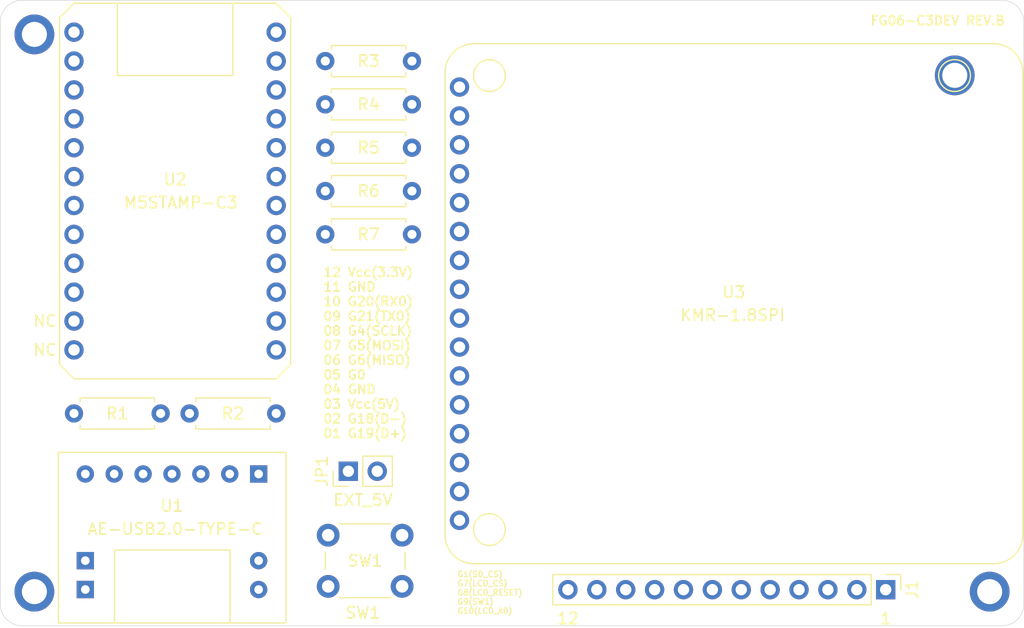
<source format=kicad_pcb>
(kicad_pcb (version 20211014) (generator pcbnew)
  (layers (0 "F.Cu" signal) (31 "B.Cu" signal) (34 "B.Paste" user) (35 "F.Paste" user) (36 "B.SilkS" user "B.Silkscreen") (37 "F.SilkS" user "F.Silkscreen") (38 "B.Mask" user) (39 "F.Mask" user) (44 "Edge.Cuts" user))
  (net 0 "")
  (net 1 "GPIO19(D+)")
  (net 2 "GPIO18(D-)")
  (net 3 "Vcc_USB_5V")
  (net 4 "GND")
  (net 5 "GPIO0")
  (net 6 "MISO")
  (net 7 "MOSI")
  (net 8 "SCLK")
  (net 9 "GPIO21(TX0)")
  (net 10 "GPIO20(RX0)")
  (net 11 "Vcc")
  (net 12 "Net-(R1-Pad1)")
  (net 13 "Net-(R2-Pad1)")
  (net 14 "LCD_CS")
  (net 15 "SD_CS")
  (net 16 "BOOT_SW")
  (net 17 "LCD_RST")
  (net 18 "LCD_DC")
  (net 27 "Net-(JP1-Pad1)")
  (footprint "Resistor_THT:R_Axial_DIN0207_L6.3mm_D2.5mm_P7.62mm_Horizontal" (layer "F.Cu") (at 68.58 51.054)
    (fp_text reference "R5" (at 3.81 0) (layer "F.SilkS"))
    (fp_text value "R" hide)
    (fp_line (start 0.54 -1.04) (end 0.54 -1.37) (layer "F.SilkS") (width 0.12))
    (fp_line (start 0.54 1.37) (end 7.08 1.37) (layer "F.SilkS") (width 0.12))
    (fp_line (start 7.08 1.37) (end 7.08 1.04) (layer "F.SilkS") (width 0.12))
    (fp_line (start 0.54 -1.37) (end 7.08 -1.37) (layer "F.SilkS") (width 0.12))
    (fp_line (start 7.08 -1.37) (end 7.08 -1.04) (layer "F.SilkS") (width 0.12))
    (fp_line (start 0.54 1.04) (end 0.54 1.37) (layer "F.SilkS") (width 0.12))
    (pad "1" thru_hole circle locked (at 0 0) (size 1.6 1.6) (drill 0.8) (layers *.Cu *.Mask) (net 8 "SCLK"))
    (pad "2" thru_hole oval locked (at 7.62 0) (size 1.6 1.6) (drill 0.8) (layers *.Cu *.Mask) (net 11 "Vcc"))
  )
  (footprint "Button_Switch_THT:SW_PUSH_6mm" (layer "F.Cu") (at 68.834 85.126)
    (fp_text reference "SW1" (at 3.25 2.25) (layer "F.SilkS"))
    (fp_text value "SW_Push" hide)
    (fp_line (start 5.5 -1) (end 1 -1) (layer "F.SilkS") (width 0.12))
    (fp_line (start -0.25 1.5) (end -0.25 3) (layer "F.SilkS") (width 0.12))
    (fp_line (start 1 5.5) (end 5.5 5.5) (layer "F.SilkS") (width 0.12))
    (fp_line (start 6.75 3) (end 6.75 1.5) (layer "F.SilkS") (width 0.12))
    (pad "1" thru_hole circle locked (at 0 0 90) (size 2 2) (drill 1.1) (layers *.Cu *.Mask) (net 4 "GND"))
    (pad "1" thru_hole circle locked (at 6.5 0 90) (size 2 2) (drill 1.1) (layers *.Cu *.Mask) (net 4 "GND"))
    (pad "2" thru_hole circle locked (at 0 4.5 90) (size 2 2) (drill 1.1) (layers *.Cu *.Mask) (net 16 "BOOT_SW"))
    (pad "2" thru_hole circle locked (at 6.5 4.5 90) (size 2 2) (drill 1.1) (layers *.Cu *.Mask) (net 16 "BOOT_SW"))
  )
  (footprint "Connector_PinHeader_2.54mm:PinHeader_1x12_P2.54mm_Vertical" (layer "F.Cu") (at 117.856 89.916 -90)
    (fp_text reference "J1" (at 0 -2.33 90) (layer "F.SilkS"))
    (fp_text value "Conn_01x12" hide)
    (fp_line (start 1.33 1.27) (end 1.33 29.27) (layer "F.SilkS") (width 0.12))
    (fp_line (start -1.33 0) (end -1.33 -1.33) (layer "F.SilkS") (width 0.12))
    (fp_line (start -1.33 29.27) (end 1.33 29.27) (layer "F.SilkS") (width 0.12))
    (fp_line (start -1.33 1.27) (end 1.33 1.27) (layer "F.SilkS") (width 0.12))
    (fp_line (start -1.33 1.27) (end -1.33 29.27) (layer "F.SilkS") (width 0.12))
    (fp_line (start -1.33 -1.33) (end 0 -1.33) (layer "F.SilkS") (width 0.12))
    (pad "1" thru_hole rect locked (at 0 0 270) (size 1.7 1.7) (drill 1) (layers *.Cu *.Mask) (net 1 "GPIO19(D+)"))
    (pad "2" thru_hole oval locked (at 0 2.54 270) (size 1.7 1.7) (drill 1) (layers *.Cu *.Mask) (net 2 "GPIO18(D-)"))
    (pad "3" thru_hole oval locked (at 0 5.08 270) (size 1.7 1.7) (drill 1) (layers *.Cu *.Mask) (net 3 "Vcc_USB_5V"))
    (pad "4" thru_hole oval locked (at 0 7.62 270) (size 1.7 1.7) (drill 1) (layers *.Cu *.Mask) (net 4 "GND"))
    (pad "5" thru_hole oval locked (at 0 10.16 270) (size 1.7 1.7) (drill 1) (layers *.Cu *.Mask) (net 5 "GPIO0"))
    (pad "6" thru_hole oval locked (at 0 12.7 270) (size 1.7 1.7) (drill 1) (layers *.Cu *.Mask) (net 6 "MISO"))
    (pad "7" thru_hole oval locked (at 0 15.24 270) (size 1.7 1.7) (drill 1) (layers *.Cu *.Mask) (net 7 "MOSI"))
    (pad "8" thru_hole oval locked (at 0 17.78 270) (size 1.7 1.7) (drill 1) (layers *.Cu *.Mask) (net 8 "SCLK"))
    (pad "9" thru_hole oval locked (at 0 20.32 270) (size 1.7 1.7) (drill 1) (layers *.Cu *.Mask) (net 9 "GPIO21(TX0)"))
    (pad "10" thru_hole oval locked (at 0 22.86 270) (size 1.7 1.7) (drill 1) (layers *.Cu *.Mask) (net 10 "GPIO20(RX0)"))
    (pad "11" thru_hole oval locked (at 0 25.4 270) (size 1.7 1.7) (drill 1) (layers *.Cu *.Mask) (net 4 "GND"))
    (pad "12" thru_hole oval locked (at 0 27.94 270) (size 1.7 1.7) (drill 1) (layers *.Cu *.Mask) (net 11 "Vcc"))
  )
  (footprint "Connector_PinHeader_2.54mm:PinHeader_1x02_P2.54mm_Vertical" (layer "F.Cu") (at 70.607 79.502 90)
    (fp_text reference "JP1" (at 0 -2.33 90) (layer "F.SilkS"))
    (fp_text value "SW_DIP_x01" hide)
    (fp_line (start -1.33 1.27) (end 1.33 1.27) (layer "F.SilkS") (width 0.12))
    (fp_line (start -1.33 0) (end -1.33 -1.33) (layer "F.SilkS") (width 0.12))
    (fp_line (start -1.33 3.87) (end 1.33 3.87) (layer "F.SilkS") (width 0.12))
    (fp_line (start -1.33 1.27) (end -1.33 3.87) (layer "F.SilkS") (width 0.12))
    (fp_line (start 1.33 1.27) (end 1.33 3.87) (layer "F.SilkS") (width 0.12))
    (fp_line (start -1.33 -1.33) (end 0 -1.33) (layer "F.SilkS") (width 0.12))
    (pad "1" thru_hole rect locked (at 0 0 90) (size 1.7 1.7) (drill 1) (layers *.Cu *.Mask) (net 27 "Net-(JP1-Pad1)"))
    (pad "2" thru_hole oval locked (at 0 2.54 90) (size 1.7 1.7) (drill 1) (layers *.Cu *.Mask) (net 3 "Vcc_USB_5V"))
  )
  (footprint "Resistor_THT:R_Axial_DIN0207_L6.3mm_D2.5mm_P7.62mm_Horizontal" (layer "F.Cu") (at 68.58 47.244)
    (fp_text reference "R4" (at 3.81 0) (layer "F.SilkS"))
    (fp_text value "R" hide)
    (fp_line (start 7.08 -1.37) (end 7.08 -1.04) (layer "F.SilkS") (width 0.12))
    (fp_line (start 0.54 -1.04) (end 0.54 -1.37) (layer "F.SilkS") (width 0.12))
    (fp_line (start 0.54 1.37) (end 7.08 1.37) (layer "F.SilkS") (width 0.12))
    (fp_line (start 0.54 -1.37) (end 7.08 -1.37) (layer "F.SilkS") (width 0.12))
    (fp_line (start 0.54 1.04) (end 0.54 1.37) (layer "F.SilkS") (width 0.12))
    (fp_line (start 7.08 1.37) (end 7.08 1.04) (layer "F.SilkS") (width 0.12))
    (pad "1" thru_hole circle locked (at 0 0) (size 1.6 1.6) (drill 0.8) (layers *.Cu *.Mask) (net 6 "MISO"))
    (pad "2" thru_hole oval locked (at 7.62 0) (size 1.6 1.6) (drill 0.8) (layers *.Cu *.Mask) (net 11 "Vcc"))
  )
  (footprint "MountingHole:MountingHole_2.2mm_M2_ISO7380_Pad" (layer "F.Cu") (at 127 90.09)
    (fp_text reference "REF4" hide)
    (fp_text value "Pad" hide)
    (pad "1" thru_hole circle locked (at 0 0) (size 3.5 3.5) (drill 2.2) (layers *.Cu *.Mask))
  )
  (footprint "Resistor_THT:R_Axial_DIN0207_L6.3mm_D2.5mm_P7.62mm_Horizontal" (layer "F.Cu") (at 68.58 58.674)
    (fp_text reference "R7" (at 3.81 0) (layer "F.SilkS"))
    (fp_text value "R" hide)
    (fp_line (start 0.54 1.04) (end 0.54 1.37) (layer "F.SilkS") (width 0.12))
    (fp_line (start 0.54 -1.37) (end 7.08 -1.37) (layer "F.SilkS") (width 0.12))
    (fp_line (start 7.08 -1.37) (end 7.08 -1.04) (layer "F.SilkS") (width 0.12))
    (fp_line (start 7.08 1.37) (end 7.08 1.04) (layer "F.SilkS") (width 0.12))
    (fp_line (start 0.54 -1.04) (end 0.54 -1.37) (layer "F.SilkS") (width 0.12))
    (fp_line (start 0.54 1.37) (end 7.08 1.37) (layer "F.SilkS") (width 0.12))
    (pad "1" thru_hole circle locked (at 0 0) (size 1.6 1.6) (drill 0.8) (layers *.Cu *.Mask) (net 15 "SD_CS"))
    (pad "2" thru_hole oval locked (at 7.62 0) (size 1.6 1.6) (drill 0.8) (layers *.Cu *.Mask) (net 11 "Vcc"))
  )
  (footprint "Resistor_THT:R_Axial_DIN0207_L6.3mm_D2.5mm_P7.62mm_Horizontal" (layer "F.Cu") (at 68.58 54.864)
    (fp_text reference "R6" (at 3.81 0) (layer "F.SilkS"))
    (fp_text value "R" hide)
    (fp_line (start 0.54 -1.37) (end 7.08 -1.37) (layer "F.SilkS") (width 0.12))
    (fp_line (start 0.54 -1.04) (end 0.54 -1.37) (layer "F.SilkS") (width 0.12))
    (fp_line (start 7.08 1.37) (end 7.08 1.04) (layer "F.SilkS") (width 0.12))
    (fp_line (start 7.08 -1.37) (end 7.08 -1.04) (layer "F.SilkS") (width 0.12))
    (fp_line (start 0.54 1.04) (end 0.54 1.37) (layer "F.SilkS") (width 0.12))
    (fp_line (start 0.54 1.37) (end 7.08 1.37) (layer "F.SilkS") (width 0.12))
    (pad "1" thru_hole circle locked (at 0 0) (size 1.6 1.6) (drill 0.8) (layers *.Cu *.Mask) (net 14 "LCD_CS"))
    (pad "2" thru_hole oval locked (at 7.62 0) (size 1.6 1.6) (drill 0.8) (layers *.Cu *.Mask) (net 11 "Vcc"))
  )
  (footprint "MountingHole:MountingHole_2.2mm_M2_ISO7380_Pad" (layer "F.Cu") (at 43 90.09)
    (fp_text reference "REF2" hide)
    (fp_text value "Pad" hide)
    (pad "1" thru_hole circle locked (at 0 0) (size 3.5 3.5) (drill 2.2) (layers *.Cu *.Mask))
  )
  (footprint "MountingHole:MountingHole_2.2mm_M2_ISO7380_Pad" (layer "F.Cu") (at 43 41.09)
    (fp_text reference "REF1" hide)
    (fp_text value "Pad" hide)
    (pad "1" thru_hole circle locked (at 0 0) (size 3.5 3.5) (drill 2.2) (layers *.Cu *.Mask))
  )
  (footprint "fg-series:M5STAMP-C3" (layer "F.Cu") (at 55.372 54.864 180)
    (fp_text reference "U2" (at 0 1.016) (layer "F.SilkS"))
    (fp_text value "M5STAMP-C3" hide)
    (fp_text user "NC" (at 11.43 -13.97) (layer "F.SilkS"))
    (fp_text user "NC" (at 11.43 -11.43) (layer "F.SilkS"))
    (fp_line (start 8.89 16.51) (end -8.89 16.51) (layer "F.SilkS") (width 0.12))
    (fp_line (start -8.89 -16.51) (end 8.89 -16.51) (layer "F.SilkS") (width 0.12))
    (fp_line (start 10.16 15.24) (end 8.89 16.51) (layer "F.SilkS") (width 0.12))
    (fp_line (start 10.16 -15.24) (end 10.16 15.24) (layer "F.SilkS") (width 0.12))
    (fp_line (start -10.16 15.24) (end -10.16 -15.24) (layer "F.SilkS") (width 0.12))
    (fp_line (start 5.08 10.16) (end 5.08 16.51) (layer "F.SilkS") (width 0.12))
    (fp_line (start -5.08 16.51) (end -5.08 10.16) (layer "F.SilkS") (width 0.12))
    (fp_line (start -5.08 10.16) (end 5.08 10.16) (layer "F.SilkS") (width 0.12))
    (fp_line (start 8.89 -16.51) (end 10.16 -15.24) (layer "F.SilkS") (width 0.12))
    (fp_line (start -10.16 15.24) (end -8.89 16.51) (layer "F.SilkS") (width 0.12))
    (fp_line (start -10.16 -15.24) (end -8.89 -16.51) (layer "F.SilkS") (width 0.12))
    (pad "1" thru_hole circle (at -8.89 -13.97 180) (size 1.7 1.7) (drill 1) (layers *.Cu *.Mask) (net 4 "GND"))
    (pad "2" thru_hole circle (at -8.89 -11.43 180) (size 1.7 1.7) (drill 1) (layers *.Cu *.Mask) (net 8 "SCLK"))
    (pad "3" thru_hole circle (at -8.89 -8.89 180) (size 1.7 1.7) (drill 1) (layers *.Cu *.Mask) (net 7 "MOSI"))
    (pad "4" thru_hole circle (at -8.89 -6.35 180) (size 1.7 1.7) (drill 1) (layers *.Cu *.Mask) (net 6 "MISO"))
    (pad "5" thru_hole circle (at -8.89 -3.81 180) (size 1.7 1.7) (drill 1) (layers *.Cu *.Mask) (net 14 "LCD_CS"))
    (pad "6" thru_hole circle (at -8.89 -1.27 180) (size 1.7 1.7) (drill 1) (layers *.Cu *.Mask) (net 17 "LCD_RST"))
    (pad "7" thru_hole circle (at -8.89 1.27 180) (size 1.7 1.7) (drill 1) (layers *.Cu *.Mask) (net 18 "LCD_DC"))
    (pad "8" thru_hole circle (at -8.89 3.81 180) (size 1.7 1.7) (drill 1) (layers *.Cu *.Mask))
    (pad "9" thru_hole circle (at -8.89 6.35 180) (size 1.7 1.7) (drill 1) (layers *.Cu *.Mask) (net 4 "GND"))
    (pad "10" thru_hole circle (at -8.89 8.89 180) (size 1.7 1.7) (drill 1) (layers *.Cu *.Mask))
    (pad "11" thru_hole circle (at -8.89 11.43 180) (size 1.7 1.7) (drill 1) (layers *.Cu *.Mask) (net 15 "SD_CS"))
    (pad "12" thru_hole circle (at -8.89 13.97 180) (size 1.7 1.7) (drill 1) (layers *.Cu *.Mask) (net 5 "GPIO0"))
    (pad "13" thru_hole circle (at 8.89 13.97 180) (size 1.7 1.7) (drill 1) (layers *.Cu *.Mask) (net 4 "GND"))
    (pad "14" thru_hole circle (at 8.89 11.43 180) (size 1.7 1.7) (drill 1) (layers *.Cu *.Mask) (net 3 "Vcc_USB_5V"))
    (pad "15" thru_hole circle (at 8.89 8.89 180) (size 1.7 1.7) (drill 1) (layers *.Cu *.Mask) (net 1 "GPIO19(D+)"))
    (pad "16" thru_hole circle (at 8.89 6.35 180) (size 1.7 1.7) (drill 1) (layers *.Cu *.Mask) (net 2 "GPIO18(D-)"))
    (pad "17" thru_hole circle (at 8.89 3.81 180) (size 1.7 1.7) (drill 1) (layers *.Cu *.Mask) (net 4 "GND"))
    (pad "18" thru_hole circle (at 8.89 1.27 180) (size 1.7 1.7) (drill 1) (layers *.Cu *.Mask) (net 16 "BOOT_SW"))
    (pad "19" thru_hole circle (at 8.89 -1.27 180) (size 1.7 1.7) (drill 1) (layers *.Cu *.Mask))
    (pad "20" thru_hole circle (at 8.89 -3.81 180) (size 1.7 1.7) (drill 1) (layers *.Cu *.Mask) (net 10 "GPIO20(RX0)"))
    (pad "21" thru_hole circle (at 8.89 -6.35 180) (size 1.7 1.7) (drill 1) (layers *.Cu *.Mask) (net 9 "GPIO21(TX0)"))
    (pad "22" thru_hole circle (at 8.89 -8.89 180) (size 1.7 1.7) (drill 1) (layers *.Cu *.Mask) (net 11 "Vcc"))
    (pad "23" thru_hole circle (at 8.89 -11.43 180) (size 1.7 1.7) (drill 1) (layers *.Cu *.Mask))
    (pad "24" thru_hole circle (at 8.89 -13.97 180) (size 1.7 1.7) (drill 1) (layers *.Cu *.Mask))
  )
  (footprint "MountingHole:MountingHole_2.2mm_M2_ISO7380_Pad" (layer "F.Cu") (at 123.93 44.69)
    (fp_text reference "REF3" hide)
    (fp_text value "Pad" hide)
    (pad "1" thru_hole circle locked (at 0 0) (size 3.5 3.5) (drill 2.2) (layers *.Cu *.Mask))
  )
  (footprint "Resistor_THT:R_Axial_DIN0207_L6.3mm_D2.5mm_P7.62mm_Horizontal" (layer "F.Cu") (at 46.482 74.422)
    (fp_text reference "R1" (at 3.81 0) (layer "F.SilkS"))
    (fp_text value "R" hide)
    (fp_line (start 0.54 1.04) (end 0.54 1.37) (layer "F.SilkS") (width 0.12))
    (fp_line (start 0.54 -1.04) (end 0.54 -1.37) (layer "F.SilkS") (width 0.12))
    (fp_line (start 0.54 -1.37) (end 7.08 -1.37) (layer "F.SilkS") (width 0.12))
    (fp_line (start 7.08 -1.37) (end 7.08 -1.04) (layer "F.SilkS") (width 0.12))
    (fp_line (start 7.08 1.37) (end 7.08 1.04) (layer "F.SilkS") (width 0.12))
    (fp_line (start 0.54 1.37) (end 7.08 1.37) (layer "F.SilkS") (width 0.12))
    (pad "1" thru_hole circle locked (at 0 0) (size 1.6 1.6) (drill 0.8) (layers *.Cu *.Mask) (net 12 "Net-(R1-Pad1)"))
    (pad "2" thru_hole oval locked (at 7.62 0) (size 1.6 1.6) (drill 0.8) (layers *.Cu *.Mask) (net 4 "GND"))
  )
  (footprint "Resistor_THT:R_Axial_DIN0207_L6.3mm_D2.5mm_P7.62mm_Horizontal" (layer "F.Cu") (at 56.642 74.422)
    (fp_text reference "R2" (at 3.81 0) (layer "F.SilkS"))
    (fp_text value "R" hide)
    (fp_line (start 7.08 -1.37) (end 7.08 -1.04) (layer "F.SilkS") (width 0.12))
    (fp_line (start 0.54 1.04) (end 0.54 1.37) (layer "F.SilkS") (width 0.12))
    (fp_line (start 0.54 -1.37) (end 7.08 -1.37) (layer "F.SilkS") (width 0.12))
    (fp_line (start 0.54 -1.04) (end 0.54 -1.37) (layer "F.SilkS") (width 0.12))
    (fp_line (start 0.54 1.37) (end 7.08 1.37) (layer "F.SilkS") (width 0.12))
    (fp_line (start 7.08 1.37) (end 7.08 1.04) (layer "F.SilkS") (width 0.12))
    (pad "1" thru_hole circle locked (at 0 0) (size 1.6 1.6) (drill 0.8) (layers *.Cu *.Mask) (net 13 "Net-(R2-Pad1)"))
    (pad "2" thru_hole oval locked (at 7.62 0) (size 1.6 1.6) (drill 0.8) (layers *.Cu *.Mask) (net 4 "GND"))
  )
  (footprint "fg-series:AE-USB2.0-TYPE-C" (layer "F.Cu") (at 55.098 86.094 180)
    (fp_text reference "U1" (at 0 3.544) (layer "F.SilkS"))
    (fp_text value "AE-USB2.0-TYPE-C" hide)
    (fp_line (start -10.02 8.25) (end -10.02 -6.75) (layer "F.SilkS") (width 0.12))
    (fp_line (start 5.05 -0.34) (end -5.11 -0.34) (layer "F.SilkS") (width 0.12))
    (fp_line (start -10.02 -6.75) (end 9.98 -6.75) (layer "F.SilkS") (width 0.12))
    (fp_line (start 9.98 -6.75) (end 9.98 8.25) (layer "F.SilkS") (width 0.12))
    (fp_line (start 9.98 8.25) (end -10.02 8.25) (layer "F.SilkS") (width 0.12))
    (fp_line (start -5.11 -0.34) (end -5.11 -6.69) (layer "F.SilkS") (width 0.12))
    (fp_line (start 5.05 -6.69) (end 5.05 -0.34) (layer "F.SilkS") (width 0.12))
    (pad "" thru_hole circle (at -7.62 -1.27 180) (size 1.524 1.524) (drill 0.762) (layers *.Cu *.Mask))
    (pad "" thru_hole circle (at -7.62 -3.81 180) (size 1.524 1.524) (drill 0.762) (layers *.Cu *.Mask))
    (pad "" thru_hole rect (at 7.62 -3.81 180) (size 1.524 1.524) (drill 0.762) (layers *.Cu *.Mask))
    (pad "" thru_hole rect (at 7.62 -1.27 180) (size 1.524 1.524) (drill 0.762) (layers *.Cu *.Mask))
    (pad "1" thru_hole rect (at -7.62 6.35 180) (size 1.524 1.524) (drill 0.762) (layers *.Cu *.Mask) (net 27 "Net-(JP1-Pad1)"))
    (pad "2" thru_hole circle (at -5.08 6.35 180) (size 1.524 1.524) (drill 0.762) (layers *.Cu *.Mask) (net 2 "GPIO18(D-)"))
    (pad "3" thru_hole circle (at -2.54 6.35 180) (size 1.524 1.524) (drill 0.762) (layers *.Cu *.Mask) (net 1 "GPIO19(D+)"))
    (pad "4" thru_hole circle (at 0 6.35 180) (size 1.524 1.524) (drill 0.762) (layers *.Cu *.Mask) (net 4 "GND"))
    (pad "5" thru_hole circle (at 2.54 6.35 180) (size 1.524 1.524) (drill 0.762) (layers *.Cu *.Mask) (net 13 "Net-(R2-Pad1)"))
    (pad "6" thru_hole circle (at 5.08 6.35 180) (size 1.524 1.524) (drill 0.762) (layers *.Cu *.Mask) (net 12 "Net-(R1-Pad1)"))
    (pad "7" thru_hole circle (at 7.62 6.35 180) (size 1.524 1.524) (drill 0.762) (layers *.Cu *.Mask) (net 4 "GND"))
  )
  (footprint "fg-series:KMR-1.8SPI" (layer "F.Cu") (at 104.51 64.77)
    (fp_text reference "U3" (at 0 -1.016) (layer "F.SilkS"))
    (fp_text value "KMR-1.8SPI" hide)
    (fp_line (start -22.86 -22.86) (end 22.86 -22.86) (layer "F.SilkS") (width 0.12))
    (fp_line (start -25.4 20.32) (end -25.4 -20.32) (layer "F.SilkS") (width 0.12))
    (fp_line (start 25.4 -20.32) (end 25.4 20.32) (layer "F.SilkS") (width 0.12))
    (fp_line (start 22.86 22.86) (end -22.86 22.86) (layer "F.SilkS") (width 0.12))
    (fp_arc (start 25.4 20.32) (mid 24.656051 22.116051) (end 22.86 22.86) (layer "F.SilkS") (width 0.12))
    (fp_arc (start 22.86 -22.86) (mid 24.656051 -22.116051) (end 25.4 -20.32) (layer "F.SilkS") (width 0.12))
    (fp_arc (start -22.86 22.86) (mid -24.656051 22.116051) (end -25.4 20.32) (layer "F.SilkS") (width 0.12))
    (fp_arc (start -25.4 -20.32) (mid -24.656051 -22.116051) (end -22.86 -22.86) (layer "F.SilkS") (width 0.12))
    (fp_circle (center -21.5 -20.06) (end -21.5 -18.66) (layer "F.SilkS") (width 0.12) (fill none))
    (fp_circle (center 19.4 -20.06) (end 19.4 -18.66) (layer "F.SilkS") (width 0.12) (fill none))
    (fp_circle (center -21.5 19.86) (end -21.5 21.26) (layer "F.SilkS") (width 0.12) (fill none))
    (pad "1" thru_hole circle (at -24.13 -19.05) (size 1.7 1.7) (drill 1) (layers *.Cu *.Mask) (net 4 "GND"))
    (pad "2" thru_hole circle (at -24.13 -16.51) (size 1.7 1.7) (drill 1) (layers *.Cu *.Mask) (net 11 "Vcc"))
    (pad "3" thru_hole circle (at -24.13 -13.97) (size 1.7 1.7) (drill 1) (layers *.Cu *.Mask) (net 15 "SD_CS"))
    (pad "4" thru_hole circle (at -24.13 -11.43) (size 1.7 1.7) (drill 1) (layers *.Cu *.Mask) (net 7 "MOSI"))
    (pad "5" thru_hole circle (at -24.13 -8.89) (size 1.7 1.7) (drill 1) (layers *.Cu *.Mask) (net 6 "MISO"))
    (pad "6" thru_hole circle (at -24.13 -6.35) (size 1.7 1.7) (drill 1) (layers *.Cu *.Mask) (net 8 "SCLK"))
    (pad "7" thru_hole circle (at -24.13 -3.81) (size 1.7 1.7) (drill 1) (layers *.Cu *.Mask) (net 14 "LCD_CS"))
    (pad "8" thru_hole circle (at -24.13 -1.27) (size 1.7 1.7) (drill 1) (layers *.Cu *.Mask) (net 8 "SCLK"))
    (pad "9" thru_hole circle (at -24.13 1.27) (size 1.7 1.7) (drill 1) (layers *.Cu *.Mask) (net 7 "MOSI"))
    (pad "10" thru_hole circle (at -24.13 3.81) (size 1.7 1.7) (drill 1) (layers *.Cu *.Mask) (net 18 "LCD_DC"))
    (pad "11" thru_hole circle (at -24.13 6.35) (size 1.7 1.7) (drill 1) (layers *.Cu *.Mask) (net 17 "LCD_RST"))
    (pad "12" thru_hole circle (at -24.13 8.89) (size 1.7 1.7) (drill 1) (layers *.Cu *.Mask))
    (pad "13" thru_hole circle (at -24.13 11.43) (size 1.7 1.7) (drill 1) (layers *.Cu *.Mask))
    (pad "14" thru_hole circle (at -24.13 13.97) (size 1.7 1.7) (drill 1) (layers *.Cu *.Mask))
    (pad "15" thru_hole circle (at -24.13 16.51) (size 1.7 1.7) (drill 1) (layers *.Cu *.Mask) (net 11 "Vcc"))
    (pad "16" thru_hole circle (at -24.13 19.05) (size 1.7 1.7) (drill 1) (layers *.Cu *.Mask) (net 4 "GND"))
  )
  (footprint "Resistor_THT:R_Axial_DIN0207_L6.3mm_D2.5mm_P7.62mm_Horizontal" (layer "F.Cu") (at 68.58 43.434)
    (fp_text reference "R3" (at 3.81 0) (layer "F.SilkS"))
    (fp_text value "R" hide)
    (fp_line (start 0.54 1.37) (end 7.08 1.37) (layer "F.SilkS") (width 0.12))
    (fp_line (start 0.54 -1.37) (end 7.08 -1.37) (layer "F.SilkS") (width 0.12))
    (fp_line (start 7.08 1.37) (end 7.08 1.04) (layer "F.SilkS") (width 0.12))
    (fp_line (start 0.54 -1.04) (end 0.54 -1.37) (layer "F.SilkS") (width 0.12))
    (fp_line (start 0.54 1.04) (end 0.54 1.37) (layer "F.SilkS") (width 0.12))
    (fp_line (start 7.08 -1.37) (end 7.08 -1.04) (layer "F.SilkS") (width 0.12))
    (pad "1" thru_hole circle locked (at 0 0) (size 1.6 1.6) (drill 0.8) (layers *.Cu *.Mask) (net 7 "MOSI"))
    (pad "2" thru_hole oval locked (at 7.62 0) (size 1.6 1.6) (drill 0.8) (layers *.Cu *.Mask) (net 11 "Vcc"))
  )
  (gr_line locked (start 130 40) (end 130 91.18) (layer "Edge.Cuts") (width 0.05))
  (gr_line locked (start 41.91 93.09) (end 128.09 93.09) (layer "Edge.Cuts") (width 0.05))
  (gr_line locked (start 40 40) (end 40 91.18) (layer "Edge.Cuts") (width 0.05))
  (gr_arc locked (start 130 91.18) (mid 129.440574 92.530574) (end 128.09 93.09) (layer "Edge.Cuts") (width 0.05))
  (gr_arc locked (start 41.91 93.09) (mid 40.559426 92.530574) (end 40 91.18) (layer "Edge.Cuts") (width 0.05))
  (gr_line locked (start 41.91 38.09) (end 128.09 38.09) (layer "Edge.Cuts") (width 0.05))
  (gr_arc locked (start 40 40) (mid 40.559426 38.649426) (end 41.91 38.09) (layer "Edge.Cuts") (width 0.05))
  (gr_arc locked (start 128.09 38.09) (mid 129.440574 38.649426) (end 130 40) (layer "Edge.Cuts") (width 0.05))
  (gr_text "KMR-1.8SPI" (at 104.394 65.786) (layer "F.SilkS") (effects (font (size 1 1))))
  (gr_text "FG06-C3DEV REV.B" (at 122.428 39.878) (layer "F.SilkS") (effects (font (size 0.8 0.8))))
  (gr_text "EXT_5V" (at 71.882 82.042) (layer "F.SilkS") (effects (font (size 1 1))))
  (gr_text "SW1" (at 71.882 91.948) (layer "F.SilkS") (effects (font (size 1 1))))
  (gr_text " G1(SD_CS)\n G7(LCD_CS)\n G8(LCD_RESET)\n G9(SW1)\n G10(LCD_A0)" (at 79.756 90.17) (layer "F.SilkS") (effects (font (size 0.5 0.5) (thickness 0.1)) (justify left)))
  (gr_text "1" (at 117.856 92.456) (layer "F.SilkS") (effects (font (size 1 1))))
  (gr_text "AE-USB2.0-TYPE-C" (at 55.372 84.582) (layer "F.SilkS") (effects (font (size 1 1))))
  (gr_text "M5STAMP-C3" (at 55.88 55.88) (layer "F.SilkS") (effects (font (size 1 1))))
  (gr_text "12 Vcc(3.3V)\n11 GND\n10 G20(RX0)\n09 G21(TX0)\n08 G4(SCLK)\n07 G5(MOSI)\n06 G6(MISO)\n05 G0\n04 GND\n03 Vcc(5V)\n02 G18(D-)\n01 G19(D+)" (at 68.326 69.088) (layer "F.SilkS") (effects (font (size 0.8 0.8)) (justify left)))
  (gr_text "12" (at 89.916 92.456) (layer "F.SilkS") (effects (font (size 1 1))))
)
</source>
